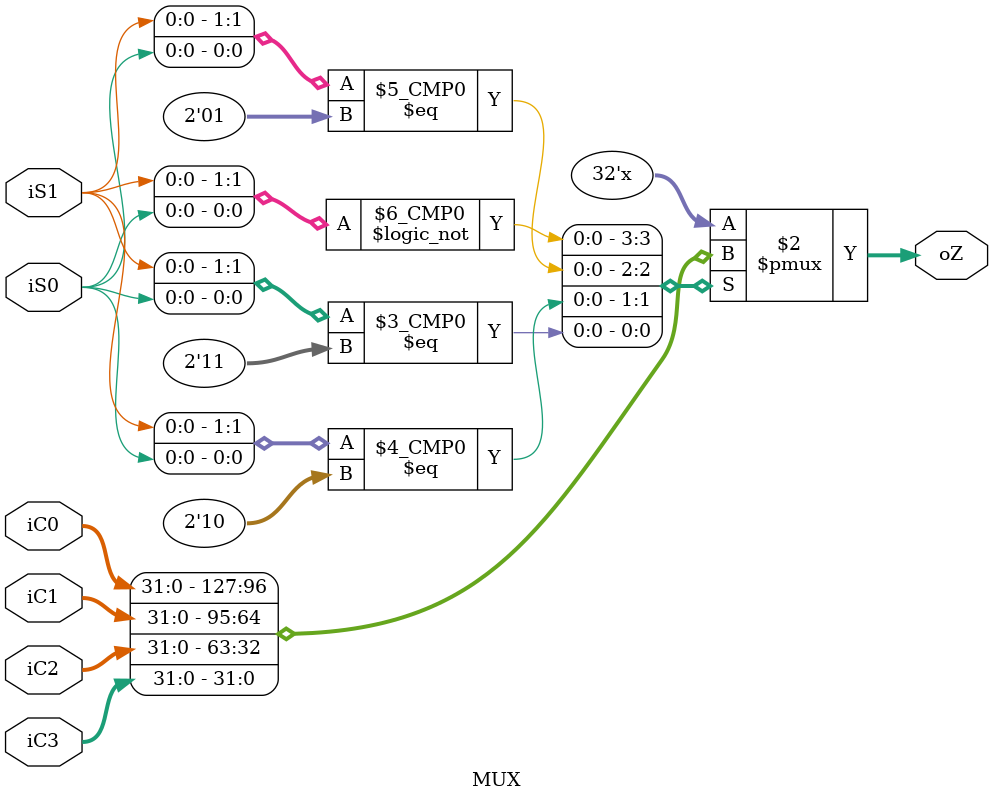
<source format=v>
module MUX #(parameter WIDTH = 32)
(
    iC0,
    iC1,
    iC2,
    iC3,
    iS1,
    iS0,
    oZ
);
    input [WIDTH - 1:0] iC0;
    input [WIDTH - 1:0] iC1;
    input [WIDTH - 1:0] iC2;
    input [WIDTH - 1:0] iC3;
    input iS1;
    input iS0;

    output [WIDTH - 1:0] oZ;

    reg [WIDTH - 1:0] oZ;

    always @ (*)begin
        casex ({iS1,iS0})
            2'b00: oZ=iC0;
            2'b01: oZ=iC1;
            2'b10: oZ=iC2;
            2'b11: oZ=iC3;
        endcase
    end
endmodule

</source>
